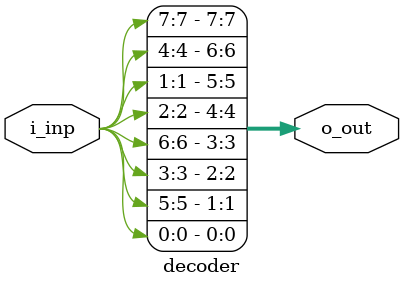
<source format=v>
`default_nettype	none

module decoder(i_inp, o_out);
	input	wire [7:0]		i_inp;
	output	wire [7:0]		o_out;

	assign o_out = {
		i_inp[7],
		i_inp[4],
		i_inp[1],
		i_inp[2],
		i_inp[6],
		i_inp[3],
		i_inp[5],
		i_inp[0]
	};
endmodule
</source>
